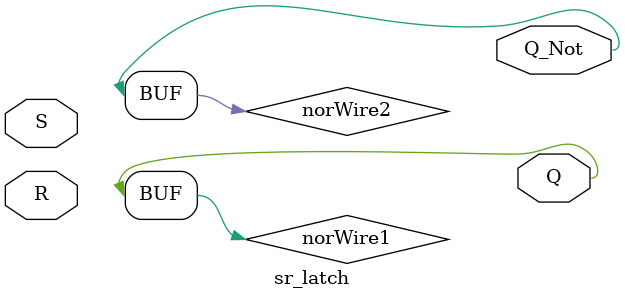
<source format=v>
module sr_latch
(
    input S,
    input R,
    output Q,
    output Q_Not
);

wire norWire1, norWire2;

nor nor1(xorWire1, R, xorWire2);
nor nor2(xorWire2, S, xorWire1);

buf bufQ(Q, norWire1);
buf bufQNot(Q_Not, norWire2);

endmodule
</source>
